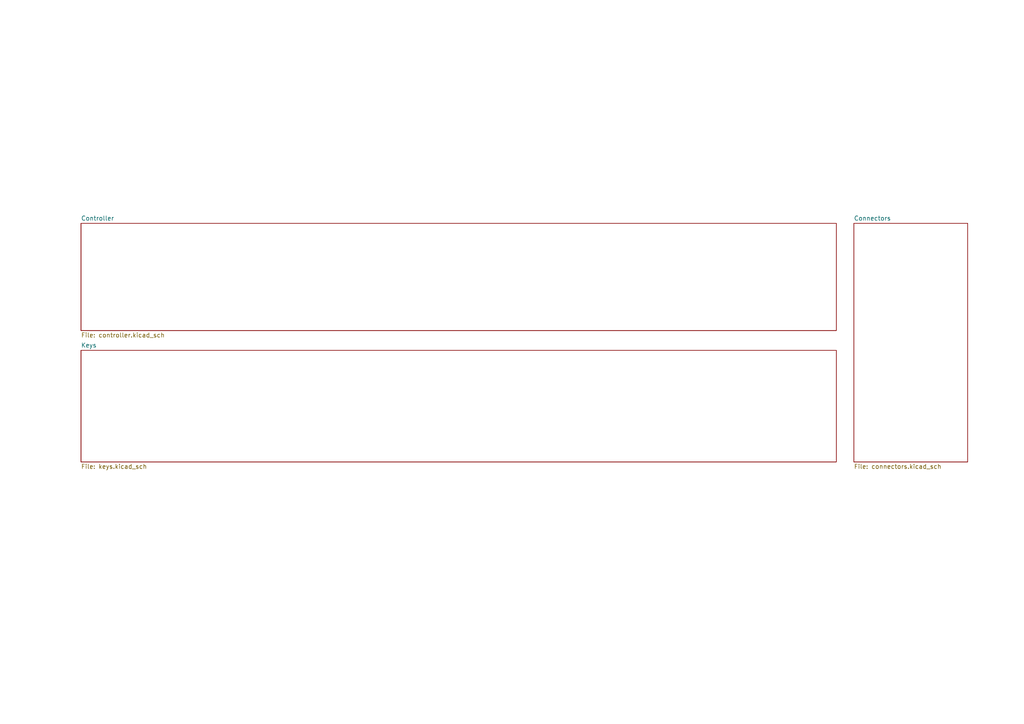
<source format=kicad_sch>
(kicad_sch
	(version 20231120)
	(generator "eeschema")
	(generator_version "8.0")
	(uuid "52643837-73aa-4540-931b-80c687ffdc6b")
	(paper "A4")
	(title_block
		(title "The Typeuwu")
		(date "2025-01-14")
		(rev "1.0")
		(company "FG Labs")
	)
	(lib_symbols)
	(sheet
		(at 247.65 64.77)
		(size 33.02 69.215)
		(fields_autoplaced yes)
		(stroke
			(width 0.1524)
			(type solid)
		)
		(fill
			(color 0 0 0 0.0000)
		)
		(uuid "0aa63472-f059-4ab0-b3c3-76637e5152c3")
		(property "Sheetname" "Connectors"
			(at 247.65 64.0584 0)
			(effects
				(font
					(size 1.27 1.27)
				)
				(justify left bottom)
			)
		)
		(property "Sheetfile" "connectors.kicad_sch"
			(at 247.65 134.5696 0)
			(effects
				(font
					(size 1.27 1.27)
				)
				(justify left top)
			)
		)
		(instances
			(project "The Typeuwu"
				(path "/52643837-73aa-4540-931b-80c687ffdc6b"
					(page "4")
				)
			)
		)
	)
	(sheet
		(at 23.495 101.6)
		(size 219.075 32.385)
		(fields_autoplaced yes)
		(stroke
			(width 0.1524)
			(type solid)
		)
		(fill
			(color 0 0 0 0.0000)
		)
		(uuid "4057bb27-1b6b-4419-8da0-2df938d15db5")
		(property "Sheetname" "Keys"
			(at 23.495 100.8884 0)
			(effects
				(font
					(size 1.27 1.27)
				)
				(justify left bottom)
			)
		)
		(property "Sheetfile" "keys.kicad_sch"
			(at 23.495 134.5696 0)
			(effects
				(font
					(size 1.27 1.27)
				)
				(justify left top)
			)
		)
		(instances
			(project "The Typeuwu"
				(path "/52643837-73aa-4540-931b-80c687ffdc6b"
					(page "2")
				)
			)
		)
	)
	(sheet
		(at 23.495 64.77)
		(size 219.075 31.115)
		(fields_autoplaced yes)
		(stroke
			(width 0.1524)
			(type solid)
		)
		(fill
			(color 0 0 0 0.0000)
		)
		(uuid "91314e46-7e27-4bf0-955a-19a97d9de495")
		(property "Sheetname" "Controller"
			(at 23.495 64.0584 0)
			(effects
				(font
					(size 1.27 1.27)
				)
				(justify left bottom)
			)
		)
		(property "Sheetfile" "controller.kicad_sch"
			(at 23.495 96.4696 0)
			(effects
				(font
					(size 1.27 1.27)
				)
				(justify left top)
			)
		)
		(instances
			(project "The Typeuwu"
				(path "/52643837-73aa-4540-931b-80c687ffdc6b"
					(page "3")
				)
			)
		)
	)
	(sheet_instances
		(path "/"
			(page "1")
		)
	)
)

</source>
